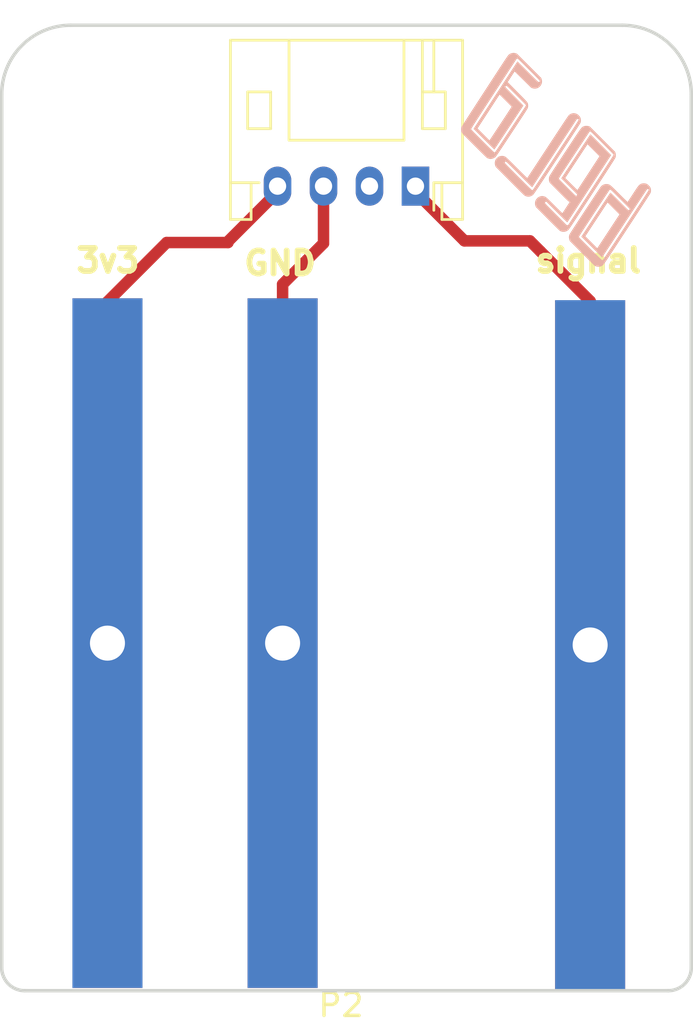
<source format=kicad_pcb>
(kicad_pcb (version 20171130) (host pcbnew "(5.0.0-3-g0214c9d)")

  (general
    (thickness 1.6)
    (drawings 11)
    (tracks 17)
    (zones 0)
    (modules 3)
    (nets 5)
  )

  (page A4)
  (layers
    (0 F.Cu signal)
    (31 B.Cu signal)
    (32 B.Adhes user hide)
    (33 F.Adhes user hide)
    (34 B.Paste user hide)
    (35 F.Paste user hide)
    (36 B.SilkS user)
    (37 F.SilkS user)
    (38 B.Mask user hide)
    (39 F.Mask user)
    (40 Dwgs.User user)
    (41 Cmts.User user)
    (42 Eco1.User user)
    (43 Eco2.User user hide)
    (44 Edge.Cuts user)
    (45 Margin user)
    (46 B.CrtYd user)
    (47 F.CrtYd user)
    (48 B.Fab user)
    (49 F.Fab user)
  )

  (setup
    (last_trace_width 0.25)
    (user_trace_width 0.5)
    (trace_clearance 0.2)
    (zone_clearance 0.508)
    (zone_45_only no)
    (trace_min 0.2)
    (segment_width 0.2)
    (edge_width 0.15)
    (via_size 0.6)
    (via_drill 0.4)
    (via_min_size 0.4)
    (via_min_drill 0.3)
    (uvia_size 0.3)
    (uvia_drill 0.1)
    (uvias_allowed no)
    (uvia_min_size 0.2)
    (uvia_min_drill 0.1)
    (pcb_text_width 0.3)
    (pcb_text_size 1.5 1.5)
    (mod_edge_width 0.15)
    (mod_text_size 1 1)
    (mod_text_width 0.15)
    (pad_size 3.048 30)
    (pad_drill 1.524)
    (pad_to_mask_clearance 0.2)
    (aux_axis_origin 0 0)
    (visible_elements FFFFFF1F)
    (pcbplotparams
      (layerselection 0x01030_80000001)
      (usegerberextensions false)
      (usegerberattributes false)
      (usegerberadvancedattributes false)
      (creategerberjobfile false)
      (excludeedgelayer true)
      (linewidth 0.100000)
      (plotframeref false)
      (viasonmask false)
      (mode 1)
      (useauxorigin false)
      (hpglpennumber 1)
      (hpglpenspeed 20)
      (hpglpendiameter 15.000000)
      (psnegative false)
      (psa4output false)
      (plotreference true)
      (plotvalue true)
      (plotinvisibletext false)
      (padsonsilk false)
      (subtractmaskfromsilk false)
      (outputformat 1)
      (mirror false)
      (drillshape 0)
      (scaleselection 1)
      (outputdirectory "gerbers/"))
  )

  (net 0 "")
  (net 1 "Net-(P1-Pad1)")
  (net 2 "Net-(P1-Pad2)")
  (net 3 "Net-(P1-Pad3)")
  (net 4 "Net-(P1-Pad4)")

  (net_class Default "This is the default net class."
    (clearance 0.2)
    (trace_width 0.25)
    (via_dia 0.6)
    (via_drill 0.4)
    (uvia_dia 0.3)
    (uvia_drill 0.1)
    (add_net "Net-(P1-Pad1)")
    (add_net "Net-(P1-Pad2)")
    (add_net "Net-(P1-Pad3)")
    (add_net "Net-(P1-Pad4)")
  )

  (module Connectors_JST:JST_PH_S4B-PH-K_04x2.00mm_Angled (layer F.Cu) (tedit 5C581B8B) (tstamp 5B366367)
    (at 149 66 180)
    (descr "JST PH series connector, S4B-PH-K, side entry type, through hole, Datasheet: http://www.jst-mfg.com/product/pdf/eng/ePH.pdf")
    (tags "connector jst ph")
    (path /5B3662FE)
    (fp_text reference P1 (at 1.5 -2.45 180) (layer F.SilkS) hide
      (effects (font (size 1 1) (thickness 0.15)))
    )
    (fp_text value CONN_01X04 (at 3 7.25 180) (layer F.Fab)
      (effects (font (size 1 1) (thickness 0.15)))
    )
    (fp_line (start 0.5 6.35) (end 0.5 2) (layer F.SilkS) (width 0.12))
    (fp_line (start 0.5 2) (end 5.5 2) (layer F.SilkS) (width 0.12))
    (fp_line (start 5.5 2) (end 5.5 6.35) (layer F.SilkS) (width 0.12))
    (fp_line (start -0.8 0.15) (end -1.15 0.15) (layer F.SilkS) (width 0.12))
    (fp_line (start -1.15 0.15) (end -1.15 -1.45) (layer F.SilkS) (width 0.12))
    (fp_line (start -1.15 -1.45) (end -2.05 -1.45) (layer F.SilkS) (width 0.12))
    (fp_line (start -2.05 -1.45) (end -2.05 6.35) (layer F.SilkS) (width 0.12))
    (fp_line (start -2.05 6.35) (end 8.05 6.35) (layer F.SilkS) (width 0.12))
    (fp_line (start 8.05 6.35) (end 8.05 -1.45) (layer F.SilkS) (width 0.12))
    (fp_line (start 8.05 -1.45) (end 7.15 -1.45) (layer F.SilkS) (width 0.12))
    (fp_line (start 7.15 -1.45) (end 7.15 0.15) (layer F.SilkS) (width 0.12))
    (fp_line (start 7.15 0.15) (end 6.8 0.15) (layer F.SilkS) (width 0.12))
    (fp_line (start -2.05 0.15) (end -1.15 0.15) (layer F.SilkS) (width 0.12))
    (fp_line (start 8.05 0.15) (end 7.15 0.15) (layer F.SilkS) (width 0.12))
    (fp_line (start -1.3 2.5) (end -1.3 4.1) (layer F.SilkS) (width 0.12))
    (fp_line (start -1.3 4.1) (end -0.3 4.1) (layer F.SilkS) (width 0.12))
    (fp_line (start -0.3 4.1) (end -0.3 2.5) (layer F.SilkS) (width 0.12))
    (fp_line (start -0.3 2.5) (end -1.3 2.5) (layer F.SilkS) (width 0.12))
    (fp_line (start 7.3 2.5) (end 7.3 4.1) (layer F.SilkS) (width 0.12))
    (fp_line (start 7.3 4.1) (end 6.3 4.1) (layer F.SilkS) (width 0.12))
    (fp_line (start 6.3 4.1) (end 6.3 2.5) (layer F.SilkS) (width 0.12))
    (fp_line (start 6.3 2.5) (end 7.3 2.5) (layer F.SilkS) (width 0.12))
    (fp_line (start -0.3 4.1) (end -0.3 6.35) (layer F.SilkS) (width 0.12))
    (fp_line (start -0.8 4.1) (end -0.8 6.35) (layer F.SilkS) (width 0.12))
    (fp_line (start -2.45 -1.85) (end -2.45 6.75) (layer F.CrtYd) (width 0.05))
    (fp_line (start -2.45 6.75) (end 8.45 6.75) (layer F.CrtYd) (width 0.05))
    (fp_line (start 8.45 6.75) (end 8.45 -1.85) (layer F.CrtYd) (width 0.05))
    (fp_line (start 8.45 -1.85) (end -2.45 -1.85) (layer F.CrtYd) (width 0.05))
    (fp_line (start -1.25 0.25) (end -1.25 -1.35) (layer F.Fab) (width 0.1))
    (fp_line (start -1.25 -1.35) (end -1.95 -1.35) (layer F.Fab) (width 0.1))
    (fp_line (start -1.95 -1.35) (end -1.95 6.25) (layer F.Fab) (width 0.1))
    (fp_line (start -1.95 6.25) (end 7.95 6.25) (layer F.Fab) (width 0.1))
    (fp_line (start 7.95 6.25) (end 7.95 -1.35) (layer F.Fab) (width 0.1))
    (fp_line (start 7.95 -1.35) (end 7.25 -1.35) (layer F.Fab) (width 0.1))
    (fp_line (start 7.25 -1.35) (end 7.25 0.25) (layer F.Fab) (width 0.1))
    (fp_line (start 7.25 0.25) (end -1.25 0.25) (layer F.Fab) (width 0.1))
    (fp_line (start -0.8 0.15) (end -0.8 -1.05) (layer F.SilkS) (width 0.12))
    (fp_line (start 0 0.85) (end -0.5 1.35) (layer F.Fab) (width 0.1))
    (fp_line (start -0.5 1.35) (end 0.5 1.35) (layer F.Fab) (width 0.1))
    (fp_line (start 0.5 1.35) (end 0 0.85) (layer F.Fab) (width 0.1))
    (fp_text user %R (at 3 2.5 180) (layer F.Fab)
      (effects (font (size 1 1) (thickness 0.15)))
    )
    (pad 1 thru_hole rect (at 0 0 180) (size 1.2 1.7) (drill 0.75) (layers *.Cu *.Mask)
      (net 1 "Net-(P1-Pad1)"))
    (pad 2 thru_hole oval (at 2 0 180) (size 1.2 1.7) (drill 0.75) (layers *.Cu *.Mask)
      (net 2 "Net-(P1-Pad2)"))
    (pad 3 thru_hole oval (at 4 0 180) (size 1.2 1.7) (drill 0.75) (layers *.Cu *.Mask)
      (net 3 "Net-(P1-Pad3)"))
    (pad 4 thru_hole oval (at 6 0 180) (size 1.2 1.7) (drill 0.75) (layers *.Cu *.Mask)
      (net 4 "Net-(P1-Pad4)"))
    (model ${KISYS3DMOD}/Connectors_JST.3dshapes/JST_PH_S4B-PH-K_04x2.00mm_Angled.wrl
      (at (xyz 0 0 0))
      (scale (xyz 1 1 1))
      (rotate (xyz 0 0 0))
    )
  )

  (module paper:paper (layer F.Cu) (tedit 5C5398A6) (tstamp 5B36636E)
    (at 145.76 101.12)
    (path /5B3662BD)
    (fp_text reference P2 (at 0 0.5) (layer F.SilkS)
      (effects (font (size 1 1) (thickness 0.15)))
    )
    (fp_text value CONN_01X03 (at 0 -0.5) (layer F.Fab)
      (effects (font (size 1 1) (thickness 0.15)))
    )
    (pad 3 thru_hole rect (at 10.84 -15.16) (size 3.048 30) (drill 1.524) (layers *.Cu *.Mask)
      (net 1 "Net-(P1-Pad1)"))
    (pad 2 thru_hole rect (at -2.54 -15.24) (size 3.048 30) (drill 1.524) (layers *.Cu *.Mask)
      (net 3 "Net-(P1-Pad3)"))
    (pad 1 thru_hole rect (at -10.16 -15.24) (size 3.048 30) (drill 1.524) (layers *.Cu *.Mask)
      (net 4 "Net-(P1-Pad4)"))
  )

  (module paper:Bela_logo (layer B.Cu) (tedit 0) (tstamp 5C54395F)
    (at 155.067 64.897 135)
    (fp_text reference G*** (at 0 0 135) (layer B.SilkS) hide
      (effects (font (size 1.524 1.524) (thickness 0.3)) (justify mirror))
    )
    (fp_text value LOGO (at 0.75 0 135) (layer B.SilkS) hide
      (effects (font (size 1.524 1.524) (thickness 0.3)) (justify mirror))
    )
    (fp_poly (pts (xy 4.509387 2.101396) (xy 4.540036 2.082716) (xy 4.572855 2.057078) (xy 4.595144 2.035933)
      (xy 4.637322 1.982523) (xy 4.664833 1.926068) (xy 4.678882 1.863906) (xy 4.680417 1.847375)
      (xy 4.680695 1.840287) (xy 4.680533 1.831758) (xy 4.679808 1.821186) (xy 4.678399 1.807965)
      (xy 4.676182 1.791493) (xy 4.673035 1.771164) (xy 4.668836 1.746375) (xy 4.663461 1.716522)
      (xy 4.656787 1.681) (xy 4.648693 1.639207) (xy 4.639056 1.590538) (xy 4.627753 1.534388)
      (xy 4.614661 1.470154) (xy 4.599658 1.397233) (xy 4.582621 1.315019) (xy 4.563427 1.222909)
      (xy 4.541955 1.120299) (xy 4.51808 1.006585) (xy 4.491681 0.881164) (xy 4.462635 0.74343)
      (xy 4.430819 0.59278) (xy 4.396111 0.42861) (xy 4.358388 0.250316) (xy 4.317527 0.057295)
      (xy 4.303554 -0.008695) (xy 4.255159 -0.23705) (xy 4.209959 -0.449922) (xy 4.167942 -0.647376)
      (xy 4.129092 -0.829476) (xy 4.093397 -0.996288) (xy 4.060841 -1.147876) (xy 4.031411 -1.284304)
      (xy 4.005093 -1.405637) (xy 3.981873 -1.51194) (xy 3.961736 -1.603277) (xy 3.944669 -1.679713)
      (xy 3.930658 -1.741312) (xy 3.919689 -1.788138) (xy 3.911747 -1.820258) (xy 3.906819 -1.837734)
      (xy 3.905692 -1.840631) (xy 3.873146 -1.889827) (xy 3.829487 -1.934396) (xy 3.795611 -1.959608)
      (xy 3.783166 -1.967603) (xy 3.771581 -1.97467) (xy 3.759846 -1.980865) (xy 3.746955 -1.986244)
      (xy 3.731897 -1.990863) (xy 3.713664 -1.994779) (xy 3.691248 -1.998048) (xy 3.66364 -2.000725)
      (xy 3.629831 -2.002867) (xy 3.588813 -2.00453) (xy 3.539576 -2.00577) (xy 3.481113 -2.006644)
      (xy 3.412415 -2.007207) (xy 3.332472 -2.007516) (xy 3.240277 -2.007626) (xy 3.13482 -2.007594)
      (xy 3.015093 -2.007477) (xy 2.937191 -2.00739) (xy 2.830497 -2.007197) (xy 2.727878 -2.006866)
      (xy 2.630507 -2.006408) (xy 2.539556 -2.005836) (xy 2.456196 -2.005161) (xy 2.381602 -2.004396)
      (xy 2.316944 -2.003552) (xy 2.263394 -2.002643) (xy 2.222126 -2.001679) (xy 2.194311 -2.000674)
      (xy 2.181122 -1.999638) (xy 2.180795 -1.999569) (xy 2.118455 -1.977022) (xy 2.063377 -1.941355)
      (xy 2.017066 -1.894243) (xy 1.981024 -1.837362) (xy 1.956757 -1.772385) (xy 1.950434 -1.74306)
      (xy 1.949276 -1.736021) (xy 1.948379 -1.728886) (xy 1.947883 -1.720904) (xy 1.947932 -1.711325)
      (xy 1.948666 -1.699398) (xy 1.950229 -1.684375) (xy 1.952761 -1.665504) (xy 1.956405 -1.642036)
      (xy 1.961303 -1.613221) (xy 1.966288 -1.585569) (xy 2.102972 -1.585569) (xy 2.103378 -1.587389)
      (xy 2.116574 -1.603919) (xy 2.125362 -1.610731) (xy 2.136118 -1.612312) (xy 2.162553 -1.613732)
      (xy 2.204471 -1.614988) (xy 2.261676 -1.616079) (xy 2.333973 -1.617001) (xy 2.421167 -1.617753)
      (xy 2.523061 -1.618332) (xy 2.639461 -1.618736) (xy 2.77017 -1.618963) (xy 2.838761 -1.619008)
      (xy 2.960471 -1.619035) (xy 3.067301 -1.619015) (xy 3.160244 -1.618928) (xy 3.240293 -1.618756)
      (xy 3.308444 -1.61848) (xy 3.365689 -1.61808) (xy 3.413023 -1.617537) (xy 3.451441 -1.616834)
      (xy 3.481935 -1.615951) (xy 3.5055 -1.614868) (xy 3.52313 -1.613567) (xy 3.535818 -1.612029)
      (xy 3.54456 -1.610236) (xy 3.550348 -1.608167) (xy 3.554177 -1.605804) (xy 3.55472 -1.605359)
      (xy 3.556935 -1.602018) (xy 3.559842 -1.594865) (xy 3.563564 -1.583336) (xy 3.568225 -1.566868)
      (xy 3.573948 -1.544897) (xy 3.580856 -1.516858) (xy 3.589072 -1.48219) (xy 3.598721 -1.440327)
      (xy 3.609925 -1.390706) (xy 3.622808 -1.332764) (xy 3.637494 -1.265937) (xy 3.654105 -1.189661)
      (xy 3.672765 -1.103373) (xy 3.693597 -1.006508) (xy 3.716725 -0.898504) (xy 3.742272 -0.778796)
      (xy 3.770362 -0.646822) (xy 3.801118 -0.502017) (xy 3.834663 -0.343817) (xy 3.871121 -0.171659)
      (xy 3.910614 0.01502) (xy 3.944537 0.175476) (xy 3.979343 0.340227) (xy 4.013272 0.500971)
      (xy 4.046178 0.65701) (xy 4.077915 0.807646) (xy 4.108335 0.952181) (xy 4.137294 1.089917)
      (xy 4.164646 1.220156) (xy 4.190243 1.342199) (xy 4.21394 1.45535) (xy 4.235591 1.558908)
      (xy 4.25505 1.652178) (xy 4.27217 1.73446) (xy 4.286805 1.805057) (xy 4.29881 1.86327)
      (xy 4.308038 1.908401) (xy 4.314343 1.939753) (xy 4.317578 1.956626) (xy 4.318 1.959429)
      (xy 4.312574 1.977632) (xy 4.302125 1.992313) (xy 4.299026 1.995117) (xy 4.295025 1.99757)
      (xy 4.289102 1.999695) (xy 4.280239 2.001515) (xy 4.267417 2.003055) (xy 4.249615 2.004338)
      (xy 4.225816 2.005388) (xy 4.195 2.006226) (xy 4.156147 2.006879) (xy 4.10824 2.007368)
      (xy 4.050258 2.007717) (xy 3.981183 2.00795) (xy 3.899995 2.00809) (xy 3.805676 2.00816)
      (xy 3.697206 2.008185) (xy 3.613328 2.008188) (xy 3.491068 2.008205) (xy 3.383716 2.008208)
      (xy 3.290306 2.008129) (xy 3.209871 2.007897) (xy 3.141444 2.007445) (xy 3.084059 2.006702)
      (xy 3.036748 2.005599) (xy 2.998546 2.004066) (xy 2.968486 2.002035) (xy 2.945601 1.999436)
      (xy 2.928924 1.996199) (xy 2.917488 1.992256) (xy 2.910328 1.987536) (xy 2.906477 1.981971)
      (xy 2.904967 1.975491) (xy 2.904832 1.968027) (xy 2.905105 1.95951) (xy 2.905125 1.957374)
      (xy 2.904851 1.948085) (xy 2.904695 1.939965) (xy 2.905655 1.932932) (xy 2.908728 1.926906)
      (xy 2.91491 1.921804) (xy 2.925201 1.917544) (xy 2.940596 1.914046) (xy 2.962094 1.911228)
      (xy 2.990693 1.909008) (xy 3.027388 1.907304) (xy 3.073179 1.906035) (xy 3.129061 1.905119)
      (xy 3.196034 1.904474) (xy 3.275094 1.90402) (xy 3.367238 1.903673) (xy 3.473465 1.903354)
      (xy 3.568884 1.903064) (xy 4.203717 1.901032) (xy 3.480933 -1.516062) (xy 2.847748 -1.516062)
      (xy 2.728291 -1.516015) (xy 2.623846 -1.515867) (xy 2.533548 -1.515602) (xy 2.456534 -1.515208)
      (xy 2.391941 -1.514672) (xy 2.338903 -1.513979) (xy 2.296559 -1.513116) (xy 2.264043 -1.51207)
      (xy 2.240493 -1.510827) (xy 2.225045 -1.509374) (xy 2.216835 -1.507696) (xy 2.214898 -1.50614)
      (xy 2.216508 -1.497333) (xy 2.221139 -1.473857) (xy 2.228611 -1.436595) (xy 2.238211 -1.389062)
      (xy 2.633529 -1.389062) (xy 3.378706 -1.389062) (xy 3.427871 -1.15689) (xy 3.437533 -1.111254)
      (xy 3.450101 -1.051879) (xy 3.465194 -0.980559) (xy 3.482434 -0.899087) (xy 3.501441 -0.809256)
      (xy 3.521836 -0.712858) (xy 3.543239 -0.611687) (xy 3.565272 -0.507537) (xy 3.587554 -0.402199)
      (xy 3.609707 -0.297467) (xy 3.610507 -0.293687) (xy 3.743976 0.337344) (xy 3.370667 0.339407)
      (xy 3.295161 0.3397) (xy 3.224544 0.339731) (xy 3.160397 0.33952) (xy 3.104298 0.33908)
      (xy 3.057826 0.338431) (xy 3.022561 0.337587) (xy 3.000081 0.336565) (xy 2.992001 0.335439)
      (xy 2.989721 0.327005) (xy 2.984487 0.304026) (xy 2.976511 0.267512) (xy 2.966004 0.218475)
      (xy 2.953177 0.157925) (xy 2.938244 0.086873) (xy 2.921415 0.006329) (xy 2.902902 -0.082694)
      (xy 2.882917 -0.179188) (xy 2.861672 -0.28214) (xy 2.839378 -0.39054) (xy 2.816247 -0.503377)
      (xy 2.814489 -0.511968) (xy 2.791279 -0.625369) (xy 2.768909 -0.734599) (xy 2.747592 -0.838629)
      (xy 2.727537 -0.93643) (xy 2.708958 -1.026971) (xy 2.692065 -1.109225) (xy 2.67707 -1.18216)
      (xy 2.664185 -1.244748) (xy 2.653621 -1.29596) (xy 2.645589 -1.334765) (xy 2.640302 -1.360134)
      (xy 2.63797 -1.371038) (xy 2.637931 -1.371203) (xy 2.633529 -1.389062) (xy 2.238211 -1.389062)
      (xy 2.238744 -1.386426) (xy 2.251359 -1.324233) (xy 2.266276 -1.250895) (xy 2.283314 -1.167294)
      (xy 2.302296 -1.074312) (xy 2.32304 -0.972828) (xy 2.345367 -0.863724) (xy 2.369098 -0.747881)
      (xy 2.394053 -0.626181) (xy 2.420051 -0.499503) (xy 2.443577 -0.384968) (xy 2.67192 0.726282)
      (xy 3.233664 0.73025) (xy 3.341664 0.731026) (xy 3.4349 0.73174) (xy 3.514482 0.732432)
      (xy 3.581522 0.733139) (xy 3.637129 0.733897) (xy 3.682415 0.734746) (xy 3.718491 0.735722)
      (xy 3.746466 0.736863) (xy 3.767452 0.738206) (xy 3.782559 0.73979) (xy 3.792898 0.741651)
      (xy 3.799579 0.743827) (xy 3.803714 0.746356) (xy 3.806412 0.749275) (xy 3.806673 0.749627)
      (xy 3.817076 0.775617) (xy 3.812977 0.801898) (xy 3.802062 0.817563) (xy 3.798738 0.820559)
      (xy 3.79445 0.823152) (xy 3.788099 0.825372) (xy 3.778587 0.827247) (xy 3.764817 0.828807)
      (xy 3.74569 0.83008) (xy 3.720109 0.831095) (xy 3.686975 0.831882) (xy 3.645191 0.83247)
      (xy 3.593659 0.832887) (xy 3.531281 0.833164) (xy 3.456959 0.833328) (xy 3.369595 0.833409)
      (xy 3.268092 0.833436) (xy 3.202259 0.833438) (xy 3.077425 0.833326) (xy 2.966579 0.832993)
      (xy 2.869968 0.832443) (xy 2.787838 0.831677) (xy 2.720433 0.830701) (xy 2.668001 0.829516)
      (xy 2.630787 0.828127) (xy 2.609036 0.826537) (xy 2.603247 0.825366) (xy 2.591408 0.812698)
      (xy 2.581671 0.791894) (xy 2.580441 0.787662) (xy 2.577981 0.776585) (xy 2.572521 0.750835)
      (xy 2.564241 0.711291) (xy 2.553323 0.658833) (xy 2.539948 0.594342) (xy 2.524299 0.518695)
      (xy 2.506556 0.432774) (xy 2.486901 0.337458) (xy 2.465516 0.233626) (xy 2.442582 0.122159)
      (xy 2.41828 0.003935) (xy 2.392792 -0.120166) (xy 2.366299 -0.249263) (xy 2.338983 -0.382478)
      (xy 2.333952 -0.407026) (xy 2.300023 -0.572752) (xy 2.26923 -0.723518) (xy 2.241462 -0.859903)
      (xy 2.216605 -0.982486) (xy 2.194547 -1.091847) (xy 2.175173 -1.188564) (xy 2.158371 -1.273215)
      (xy 2.144028 -1.346381) (xy 2.13203 -1.40864) (xy 2.122265 -1.460571) (xy 2.11462 -1.502753)
      (xy 2.108981 -1.535765) (xy 2.105235 -1.560185) (xy 2.10327 -1.576593) (xy 2.102972 -1.585569)
      (xy 1.966288 -1.585569) (xy 1.967597 -1.578308) (xy 1.975429 -1.536548) (xy 1.98494 -1.487191)
      (xy 1.996274 -1.429486) (xy 2.009571 -1.362684) (xy 2.024974 -1.286034) (xy 2.042624 -1.198786)
      (xy 2.062664 -1.10019) (xy 2.085236 -0.989497) (xy 2.110482 -0.865956) (xy 2.138543 -0.728817)
      (xy 2.169562 -0.57733) (xy 2.18984 -0.478323) (xy 2.227365 -0.295377) (xy 2.261863 -0.127758)
      (xy 2.293387 0.02478) (xy 2.321988 0.162486) (xy 2.347721 0.285604) (xy 2.370636 0.394383)
      (xy 2.390787 0.489068) (xy 2.408226 0.569906) (xy 2.423005 0.637144) (xy 2.435179 0.691029)
      (xy 2.444798 0.731807) (xy 2.451915 0.759725) (xy 2.456583 0.77503) (xy 2.457216 0.776573)
      (xy 2.490276 0.835075) (xy 2.531603 0.880916) (xy 2.56219 0.903835) (xy 2.57678 0.91335)
      (xy 2.589654 0.92164) (xy 2.601959 0.928797) (xy 2.614838 0.934912) (xy 2.629439 0.940075)
      (xy 2.646905 0.944378) (xy 2.668383 0.947911) (xy 2.695018 0.950766) (xy 2.727955 0.953033)
      (xy 2.76834 0.954804) (xy 2.817318 0.95617) (xy 2.876034 0.957221) (xy 2.945634 0.95805)
      (xy 3.027263 0.958745) (xy 3.122068 0.9594) (xy 3.231192 0.960104) (xy 3.273805 0.960385)
      (xy 3.876642 0.964407) (xy 3.934203 1.234282) (xy 3.947677 1.297561) (xy 3.960054 1.355893)
      (xy 3.970952 1.407465) (xy 3.97999 1.450464) (xy 3.986787 1.483078) (xy 3.990962 1.503495)
      (xy 3.992163 1.509886) (xy 3.984517 1.510912) (xy 3.962321 1.511946) (xy 3.926898 1.512969)
      (xy 3.879573 1.513958) (xy 3.821671 1.514894) (xy 3.754515 1.515757) (xy 3.679431 1.516524)
      (xy 3.597743 1.517176) (xy 3.510774 1.517693) (xy 3.482578 1.517823) (xy 2.972593 1.520032)
      (xy 2.92507 1.543365) (xy 2.867919 1.579313) (xy 2.822108 1.62415) (xy 2.787656 1.675883)
      (xy 2.764582 1.732522) (xy 2.752904 1.792076) (xy 2.752642 1.852553) (xy 2.763813 1.911964)
      (xy 2.786437 1.968315) (xy 2.820532 2.019618) (xy 2.866116 2.06388) (xy 2.919861 2.097485)
      (xy 2.972262 2.123282) (xy 4.464843 2.123282) (xy 4.509387 2.101396)) (layer B.SilkS) (width 0.01))
    (fp_poly (pts (xy 0.721186 2.124732) (xy 0.746706 2.119752) (xy 0.772178 2.111367) (xy 0.834119 2.080177)
      (xy 0.885948 2.037654) (xy 0.926467 1.985504) (xy 0.954475 1.925429) (xy 0.968776 1.859135)
      (xy 0.970408 1.829594) (xy 0.969843 1.81979) (xy 0.96795 1.804156) (xy 0.964618 1.78214)
      (xy 0.959735 1.753187) (xy 0.953192 1.716747) (xy 0.944877 1.672264) (xy 0.934679 1.619187)
      (xy 0.922487 1.556963) (xy 0.908192 1.485038) (xy 0.891681 1.40286) (xy 0.872843 1.309875)
      (xy 0.851569 1.205531) (xy 0.827747 1.089275) (xy 0.801266 0.960553) (xy 0.772016 0.818813)
      (xy 0.739885 0.663502) (xy 0.704763 0.494067) (xy 0.666539 0.309955) (xy 0.644189 0.202407)
      (xy 0.611927 0.047162) (xy 0.580536 -0.103985) (xy 0.550169 -0.250296) (xy 0.520978 -0.391033)
      (xy 0.493116 -0.525459) (xy 0.466735 -0.652836) (xy 0.441987 -0.772427) (xy 0.419026 -0.883493)
      (xy 0.398002 -0.985296) (xy 0.379069 -1.0771) (xy 0.362379 -1.158166) (xy 0.348085 -1.227757)
      (xy 0.336338 -1.285135) (xy 0.327292 -1.329562) (xy 0.321098 -1.3603) (xy 0.317909 -1.376612)
      (xy 0.317489 -1.37914) (xy 0.320469 -1.381007) (xy 0.329978 -1.38264) (xy 0.346877 -1.384052)
      (xy 0.372028 -1.385258) (xy 0.406291 -1.38627) (xy 0.450528 -1.387102) (xy 0.505599 -1.387767)
      (xy 0.572365 -1.388279) (xy 0.651688 -1.388651) (xy 0.744428 -1.388896) (xy 0.851446 -1.389028)
      (xy 0.954801 -1.389062) (xy 1.07505 -1.38907) (xy 1.180514 -1.389136) (xy 1.272286 -1.389322)
      (xy 1.351454 -1.389692) (xy 1.419111 -1.390309) (xy 1.476346 -1.391236) (xy 1.52425 -1.392535)
      (xy 1.563915 -1.39427) (xy 1.596431 -1.396504) (xy 1.622888 -1.399299) (xy 1.644378 -1.402719)
      (xy 1.661991 -1.406827) (xy 1.676818 -1.411685) (xy 1.689949 -1.417356) (xy 1.702476 -1.423904)
      (xy 1.715489 -1.431392) (xy 1.7185 -1.433156) (xy 1.761727 -1.465609) (xy 1.801671 -1.508728)
      (xy 1.833753 -1.557357) (xy 1.840226 -1.570234) (xy 1.850036 -1.592978) (xy 1.856265 -1.613791)
      (xy 1.859699 -1.637452) (xy 1.861122 -1.668741) (xy 1.861343 -1.698791) (xy 1.861003 -1.737402)
      (xy 1.85936 -1.765045) (xy 1.855477 -1.786626) (xy 1.848422 -1.807048) (xy 1.837257 -1.831216)
      (xy 1.835355 -1.835092) (xy 1.801874 -1.887926) (xy 1.757967 -1.934374) (xy 1.707503 -1.97076)
      (xy 1.67677 -1.985798) (xy 1.631156 -2.004218) (xy 0.758031 -2.005846) (xy 0.62115 -2.006091)
      (xy 0.499225 -2.006277) (xy 0.391339 -2.006391) (xy 0.296574 -2.006421) (xy 0.214011 -2.006354)
      (xy 0.142731 -2.006176) (xy 0.081817 -2.005876) (xy 0.030351 -2.00544) (xy -0.012586 -2.004855)
      (xy -0.047912 -2.004109) (xy -0.076545 -2.003189) (xy -0.099404 -2.002082) (xy -0.117406 -2.000775)
      (xy -0.131469 -1.999256) (xy -0.142513 -1.997511) (xy -0.151455 -1.995528) (xy -0.159213 -1.993293)
      (xy -0.160049 -1.993027) (xy -0.224356 -1.964634) (xy -0.278428 -1.924755) (xy -0.321208 -1.874748)
      (xy -0.351638 -1.815969) (xy -0.368661 -1.749776) (xy -0.371463 -1.721804) (xy -0.371686 -1.714337)
      (xy -0.371471 -1.705405) (xy -0.370696 -1.694403) (xy -0.369242 -1.680721) (xy -0.366988 -1.663753)
      (xy -0.363813 -1.642892) (xy -0.359596 -1.61753) (xy -0.354217 -1.58706) (xy -0.352068 -1.575384)
      (xy -0.220623 -1.575384) (xy -0.211681 -1.598703) (xy -0.198438 -1.60903) (xy -0.191925 -1.610711)
      (xy -0.178935 -1.612207) (xy -0.158699 -1.613529) (xy -0.130446 -1.614684) (xy -0.09341 -1.615682)
      (xy -0.046819 -1.616532) (xy 0.010093 -1.617244) (xy 0.078098 -1.617827) (xy 0.157963 -1.61829)
      (xy 0.250458 -1.618642) (xy 0.356352 -1.618893) (xy 0.476413 -1.619051) (xy 0.611412 -1.619126)
      (xy 0.643155 -1.619132) (xy 0.776557 -1.619132) (xy 0.894984 -1.619083) (xy 0.999332 -1.618971)
      (xy 1.090502 -1.618784) (xy 1.169393 -1.618508) (xy 1.236902 -1.61813) (xy 1.293929 -1.617637)
      (xy 1.341372 -1.617017) (xy 1.380131 -1.616255) (xy 1.411104 -1.61534) (xy 1.435189 -1.614257)
      (xy 1.453287 -1.612994) (xy 1.466295 -1.611537) (xy 1.475112 -1.609874) (xy 1.480637 -1.607991)
      (xy 1.482546 -1.606893) (xy 1.496838 -1.589038) (xy 1.500187 -1.567773) (xy 1.500553 -1.559424)
      (xy 1.501054 -1.552022) (xy 1.500794 -1.545509) (xy 1.498875 -1.539828) (xy 1.494401 -1.534924)
      (xy 1.486477 -1.53074) (xy 1.474204 -1.527219) (xy 1.456688 -1.524304) (xy 1.43303 -1.521938)
      (xy 1.402336 -1.520066) (xy 1.363708 -1.51863) (xy 1.31625 -1.517574) (xy 1.259065 -1.516842)
      (xy 1.191257 -1.516375) (xy 1.111929 -1.516119) (xy 1.020185 -1.516016) (xy 0.915129 -1.51601)
      (xy 0.795863 -1.516044) (xy 0.681523 -1.516062) (xy 0.551641 -1.516051) (xy 0.436728 -1.516008)
      (xy 0.335877 -1.515917) (xy 0.248179 -1.515762) (xy 0.17273 -1.515527) (xy 0.10862 -1.515196)
      (xy 0.054945 -1.514753) (xy 0.010797 -1.514182) (xy -0.024731 -1.513467) (xy -0.052546 -1.512592)
      (xy -0.073555 -1.511541) (xy -0.088664 -1.510299) (xy -0.098781 -1.508849) (xy -0.104811 -1.507176)
      (xy -0.107663 -1.505263) (xy -0.108243 -1.503094) (xy -0.108048 -1.502171) (xy -0.106066 -1.493192)
      (xy -0.101009 -1.469373) (xy -0.093025 -1.431422) (xy -0.082259 -1.380043) (xy -0.06886 -1.315942)
      (xy -0.052974 -1.239826) (xy -0.034748 -1.152401) (xy -0.014328 -1.054371) (xy 0.008138 -0.946442)
      (xy 0.032504 -0.829322) (xy 0.058622 -0.703715) (xy 0.086345 -0.570326) (xy 0.115528 -0.429863)
      (xy 0.146022 -0.283031) (xy 0.177681 -0.130535) (xy 0.210358 0.026919) (xy 0.243906 0.188624)
      (xy 0.254073 0.237641) (xy 0.612046 1.963564) (xy 0.596941 1.983891) (xy 0.580079 1.999216)
      (xy 0.56216 2.006599) (xy 0.557139 2.007526) (xy 0.55255 2.008639) (xy 0.548259 2.009353)
      (xy 0.544128 2.009081) (xy 0.540019 2.007238) (xy 0.535796 2.003239) (xy 0.531322 1.996498)
      (xy 0.526461 1.986429) (xy 0.521074 1.972446) (xy 0.515026 1.953965) (xy 0.50818 1.9304)
      (xy 0.500397 1.901164) (xy 0.491543 1.865673) (xy 0.481479 1.82334) (xy 0.470069 1.773581)
      (xy 0.457175 1.715809) (xy 0.442662 1.649439) (xy 0.426392 1.573886) (xy 0.408227 1.488563)
      (xy 0.388032 1.392885) (xy 0.36567 1.286267) (xy 0.341002 1.168124) (xy 0.313894 1.037868)
      (xy 0.284206 0.894915) (xy 0.251804 0.73868) (xy 0.216549 0.568576) (xy 0.178305 0.384018)
      (xy 0.143137 0.214341) (xy 0.108993 0.049475) (xy 0.075729 -0.111433) (xy 0.04349 -0.26768)
      (xy 0.012418 -0.418566) (xy -0.017344 -0.563386) (xy -0.045653 -0.701438) (xy -0.072367 -0.83202)
      (xy -0.097343 -0.95443) (xy -0.120437 -1.067965) (xy -0.141508 -1.171922) (xy -0.160413 -1.265598)
      (xy -0.177008 -1.348293) (xy -0.191151 -1.419302) (xy -0.202699 -1.477924) (xy -0.211509 -1.523455)
      (xy -0.217439 -1.555195) (xy -0.220346 -1.572439) (xy -0.220623 -1.575384) (xy -0.352068 -1.575384)
      (xy -0.347555 -1.550875) (xy -0.33949 -1.508368) (xy -0.3299 -1.458931) (xy -0.318666 -1.401958)
      (xy -0.305666 -1.33684) (xy -0.290779 -1.262971) (xy -0.273886 -1.179743) (xy -0.254865 -1.08655)
      (xy -0.233595 -0.982783) (xy -0.209957 -0.867836) (xy -0.183829 -0.741102) (xy -0.155091 -0.601973)
      (xy -0.123622 -0.449841) (xy -0.089301 -0.284101) (xy -0.052008 -0.104144) (xy -0.011622 0.090637)
      (xy -0.003917 0.127791) (xy 0.040623 0.342411) (xy 0.082071 0.541837) (xy 0.120506 0.726427)
      (xy 0.156003 0.896543) (xy 0.188639 1.052544) (xy 0.218492 1.194792) (xy 0.245638 1.323646)
      (xy 0.270153 1.439468) (xy 0.292116 1.542616) (xy 0.311602 1.633452) (xy 0.328689 1.712336)
      (xy 0.343454 1.779629) (xy 0.355973 1.83569) (xy 0.366323 1.880881) (xy 0.374581 1.915561)
      (xy 0.380824 1.940091) (xy 0.385129 1.954831) (xy 0.386605 1.958701) (xy 0.416542 2.007082)
      (xy 0.457929 2.051678) (xy 0.506353 2.088078) (xy 0.527843 2.099916) (xy 0.554135 2.111669)
      (xy 0.578391 2.119078) (xy 0.606264 2.123339) (xy 0.64341 2.125646) (xy 0.650875 2.125924)
      (xy 0.691112 2.126565) (xy 0.721186 2.124732)) (layer B.SilkS) (width 0.01))
    (fp_poly (pts (xy 0.026414 2.099863) (xy 0.071586 2.070603) (xy 0.113872 2.031598) (xy 0.149176 1.987283)
      (xy 0.173404 1.942095) (xy 0.174387 1.939533) (xy 0.179026 1.927519) (xy 0.183256 1.916648)
      (xy 0.186952 1.906165) (xy 0.189992 1.895317) (xy 0.192249 1.883349) (xy 0.193602 1.869508)
      (xy 0.193925 1.85304) (xy 0.193095 1.833191) (xy 0.190987 1.809207) (xy 0.187478 1.780333)
      (xy 0.182444 1.745817) (xy 0.17576 1.704904) (xy 0.167303 1.65684) (xy 0.156948 1.600872)
      (xy 0.144572 1.536245) (xy 0.130051 1.462205) (xy 0.11326 1.377999) (xy 0.094076 1.282872)
      (xy 0.072375 1.176071) (xy 0.048032 1.056842) (xy 0.020924 0.924431) (xy -0.009073 0.778083)
      (xy -0.042084 0.617045) (xy -0.047351 0.591344) (xy -0.08108 0.42685) (xy -0.111815 0.277216)
      (xy -0.139707 0.141744) (xy -0.164907 0.019733) (xy -0.187565 -0.089514) (xy -0.207832 -0.186699)
      (xy -0.225859 -0.27252) (xy -0.241797 -0.347677) (xy -0.255796 -0.412869) (xy -0.268008 -0.468797)
      (xy -0.278583 -0.516158) (xy -0.287671 -0.555653) (xy -0.295424 -0.587981) (xy -0.301993 -0.613843)
      (xy -0.307527 -0.633936) (xy -0.312179 -0.648961) (xy -0.316098 -0.659617) (xy -0.317873 -0.663614)
      (xy -0.350447 -0.714982) (xy -0.394809 -0.761087) (xy -0.446926 -0.798011) (xy -0.466582 -0.808195)
      (xy -0.511969 -0.829468) (xy -1.067594 -0.831896) (xy -1.176255 -0.832342) (xy -1.27023 -0.832648)
      (xy -1.350705 -0.832793) (xy -1.41887 -0.832756) (xy -1.475912 -0.832514) (xy -1.523019 -0.832048)
      (xy -1.561378 -0.831334) (xy -1.592179 -0.830353) (xy -1.616608 -0.829082) (xy -1.635853 -0.827501)
      (xy -1.651103 -0.825587) (xy -1.663545 -0.82332) (xy -1.673176 -0.820999) (xy -1.698975 -0.814618)
      (xy -1.717791 -0.810907) (xy -1.725347 -0.810633) (xy -1.727426 -0.818815) (xy -1.732356 -0.840774)
      (xy -1.739757 -0.874745) (xy -1.749252 -0.918965) (xy -1.76046 -0.971668) (xy -1.773003 -1.031089)
      (xy -1.785653 -1.091406) (xy -1.799181 -1.155889) (xy -1.811798 -1.215626) (xy -1.823111 -1.268793)
      (xy -1.83273 -1.313566) (xy -1.840262 -1.348121) (xy -1.845317 -1.370634) (xy -1.847441 -1.37914)
      (xy -1.845269 -1.381252) (xy -1.836414 -1.383063) (xy -1.819895 -1.384593) (xy -1.794737 -1.385863)
      (xy -1.759963 -1.386892) (xy -1.714593 -1.3877) (xy -1.657652 -1.388309) (xy -1.588161 -1.388738)
      (xy -1.505143 -1.389008) (xy -1.407621 -1.389138) (xy -1.364115 -1.389156) (xy -1.259121 -1.389199)
      (xy -1.168726 -1.389345) (xy -1.091652 -1.389685) (xy -1.026625 -1.390309) (xy -0.972368 -1.39131)
      (xy -0.927604 -1.392778) (xy -0.891057 -1.394804) (xy -0.861451 -1.397479) (xy -0.83751 -1.400894)
      (xy -0.817957 -1.40514) (xy -0.801516 -1.410309) (xy -0.78691 -1.416491) (xy -0.772864 -1.423777)
      (xy -0.758101 -1.432258) (xy -0.757859 -1.4324) (xy -0.703631 -1.472484) (xy -0.66152 -1.5207)
      (xy -0.631426 -1.575048) (xy -0.613245 -1.633527) (xy -0.606876 -1.694136) (xy -0.612217 -1.754875)
      (xy -0.629166 -1.813742) (xy -0.65762 -1.868737) (xy -0.697478 -1.917859) (xy -0.748637 -1.959107)
      (xy -0.78579 -1.979756) (xy -0.837407 -2.004218) (xy -1.55575 -2.005508) (xy -1.664645 -2.005625)
      (xy -1.768736 -2.005583) (xy -1.866901 -2.005393) (xy -1.958019 -2.005061) (xy -2.04097 -2.004597)
      (xy -2.114631 -2.00401) (xy -2.177882 -2.003309) (xy -2.2296 -2.002501) (xy -2.268665 -2.001597)
      (xy -2.293955 -2.000604) (xy -2.303892 -1.999672) (xy -2.365743 -1.977033) (xy -2.420902 -1.94145)
      (xy -2.467522 -1.895096) (xy -2.503758 -1.840146) (xy -2.527765 -1.77877) (xy -2.537031 -1.725167)
      (xy -2.5373 -1.718285) (xy -2.537073 -1.709671) (xy -2.536226 -1.698727) (xy -2.534638 -1.68485)
      (xy -2.532187 -1.667442) (xy -2.528751 -1.6459) (xy -2.524207 -1.619626) (xy -2.518434 -1.588018)
      (xy -2.515015 -1.570001) (xy -2.388877 -1.570001) (xy -2.383881 -1.582188) (xy -2.371284 -1.598152)
      (xy -2.369705 -1.599767) (xy -2.350222 -1.61925) (xy -1.680213 -1.61925) (xy -1.561652 -1.619244)
      (xy -1.457938 -1.619212) (xy -1.368041 -1.619128) (xy -1.290931 -1.618968) (xy -1.225581 -1.618708)
      (xy -1.170961 -1.618323) (xy -1.126042 -1.617788) (xy -1.089795 -1.61708) (xy -1.061191 -1.616173)
      (xy -1.039201 -1.615042) (xy -1.022797 -1.613665) (xy -1.010949 -1.612015) (xy -1.002628 -1.610069)
      (xy -0.996805 -1.607802) (xy -0.992452 -1.60519) (xy -0.98929 -1.602798) (xy -0.972011 -1.581191)
      (xy -0.970136 -1.55638) (xy -0.980732 -1.533703) (xy -0.993088 -1.516062) (xy -1.631607 -1.516062)
      (xy -1.751598 -1.516016) (xy -1.856575 -1.515868) (xy -1.947398 -1.515606) (xy -2.024927 -1.515216)
      (xy -2.090021 -1.514685) (xy -2.143543 -1.513999) (xy -2.18635 -1.513144) (xy -2.219304 -1.512109)
      (xy -2.243266 -1.510878) (xy -2.259094 -1.509439) (xy -2.26765 -1.507779) (xy -2.269848 -1.50614)
      (xy -2.2682 -1.49754) (xy -2.26341 -1.474118) (xy -2.255627 -1.436583) (xy -2.245 -1.385643)
      (xy -2.231678 -1.322006) (xy -2.215811 -1.246381) (xy -2.197547 -1.159477) (xy -2.177037 -1.062001)
      (xy -2.154428 -0.954662) (xy -2.129871 -0.838168) (xy -2.103515 -0.713228) (xy -2.075508 -0.58055)
      (xy -2.046 -0.440842) (xy -2.015141 -0.294813) (xy -1.996862 -0.208359) (xy -1.59588 -0.208359)
      (xy -1.588109 -0.209556) (xy -1.566011 -0.210673) (xy -1.531134 -0.211685) (xy -1.485025 -0.212568)
      (xy -1.429232 -0.213296) (xy -1.365304 -0.213846) (xy -1.294787 -0.214193) (xy -1.220093 -0.214312)
      (xy -0.844747 -0.214312) (xy -0.670963 0.633016) (xy -0.647625 0.746813) (xy -0.625147 0.856441)
      (xy -0.603736 0.960876) (xy -0.583605 1.059092) (xy -0.564962 1.150063) (xy -0.548017 1.232764)
      (xy -0.532982 1.30617) (xy -0.520066 1.369256) (xy -0.509478 1.420995) (xy -0.50143 1.460362)
      (xy -0.49613 1.486332) (xy -0.49379 1.49788) (xy -0.493727 1.498204) (xy -0.490275 1.516063)
      (xy -0.862278 1.516032) (xy -1.234282 1.516001) (xy -1.415301 0.656797) (xy -1.439357 0.542545)
      (xy -1.462469 0.43264) (xy -1.484428 0.328079) (xy -1.505025 0.22986) (xy -1.524053 0.138982)
      (xy -1.541304 0.056441) (xy -1.556569 -0.016764) (xy -1.56964 -0.079637) (xy -1.580309 -0.131179)
      (xy -1.588367 -0.170392) (xy -1.593607 -0.196279) (xy -1.595819 -0.207842) (xy -1.59588 -0.208359)
      (xy -1.996862 -0.208359) (xy -1.983079 -0.143171) (xy -1.949963 0.013375) (xy -1.915944 0.174118)
      (xy -1.909955 0.202407) (xy -1.55034 1.901032) (xy -0.915503 1.903063) (xy -0.280665 1.905094)
      (xy -0.317686 1.724469) (xy -0.324119 1.693084) (xy -0.333495 1.64735) (xy -0.345567 1.588471)
      (xy -0.360087 1.517648) (xy -0.376811 1.436084) (xy -0.39549 1.344983) (xy -0.415878 1.245546)
      (xy -0.437729 1.138977) (xy -0.460797 1.026478) (xy -0.484833 0.909252) (xy -0.509593 0.788502)
      (xy -0.534829 0.66543) (xy -0.547986 0.601266) (xy -0.741266 -0.341312) (xy -1.227883 -0.341312)
      (xy -1.327859 -0.341324) (xy -1.41317 -0.341387) (xy -1.485023 -0.341537) (xy -1.54463 -0.341814)
      (xy -1.593198 -0.342255) (xy -1.631937 -0.342899) (xy -1.662056 -0.343785) (xy -1.684765 -0.344949)
      (xy -1.701272 -0.346431) (xy -1.712786 -0.348268) (xy -1.720518 -0.350499) (xy -1.725676 -0.353162)
      (xy -1.729469 -0.356296) (xy -1.730375 -0.357187) (xy -1.742384 -0.376097) (xy -1.74625 -0.392906)
      (xy -1.74073 -0.413437) (xy -1.730375 -0.428625) (xy -1.726839 -0.431801) (xy -1.722279 -0.434523)
      (xy -1.715522 -0.436825) (xy -1.705394 -0.438743) (xy -1.690722 -0.440312) (xy -1.670333 -0.441566)
      (xy -1.643054 -0.442541) (xy -1.607712 -0.443272) (xy -1.563133 -0.443795) (xy -1.508144 -0.444143)
      (xy -1.441572 -0.444353) (xy -1.362244 -0.444458) (xy -1.268985 -0.444496) (xy -1.199442 -0.4445)
      (xy -1.095976 -0.444477) (xy -1.007216 -0.444389) (xy -0.931996 -0.444205) (xy -0.869146 -0.443894)
      (xy -0.8175 -0.443426) (xy -0.77589 -0.44277) (xy -0.743147 -0.441897) (xy -0.718104 -0.440774)
      (xy -0.699592 -0.439373) (xy -0.686444 -0.437662) (xy -0.677492 -0.435611) (xy -0.671568 -0.433189)
      (xy -0.667791 -0.430609) (xy -0.665197 -0.427081) (xy -0.662046 -0.419989) (xy -0.658186 -0.408632)
      (xy -0.653466 -0.392307) (xy -0.647733 -0.370313) (xy -0.640835 -0.341948) (xy -0.63262 -0.306508)
      (xy -0.622937 -0.263293) (xy -0.611633 -0.211601) (xy -0.598556 -0.150728) (xy -0.583556 -0.079974)
      (xy -0.566479 0.001365) (xy -0.547173 0.093989) (xy -0.525488 0.198601) (xy -0.50127 0.315904)
      (xy -0.474368 0.446598) (xy -0.44463 0.591387) (xy -0.411904 0.750972) (xy -0.408942 0.765422)
      (xy -0.381388 0.899972) (xy -0.354718 1.03039) (xy -0.329105 1.155817) (xy -0.304724 1.275396)
      (xy -0.281747 1.388268) (xy -0.260349 1.493576) (xy -0.240703 1.590461) (xy -0.222983 1.678066)
      (xy -0.207363 1.755532) (xy -0.194017 1.822002) (xy -0.183117 1.876618) (xy -0.174838 1.918521)
      (xy -0.169354 1.946853) (xy -0.166838 1.960758) (xy -0.166688 1.962) (xy -0.172027 1.978116)
      (xy -0.182563 1.992313) (xy -0.185591 1.995056) (xy -0.189503 1.997464) (xy -0.195291 1.999558)
      (xy -0.203952 2.00136) (xy -0.21648 2.002892) (xy -0.233869 2.004176) (xy -0.257114 2.005233)
      (xy -0.28721 2.006087) (xy -0.325151 2.006758) (xy -0.371932 2.007268) (xy -0.428548 2.00764)
      (xy -0.495993 2.007895) (xy -0.575262 2.008056) (xy -0.667349 2.008144) (xy -0.77325 2.00818)
      (xy -0.893959 2.008188) (xy -0.903358 2.008188) (xy -1.028613 2.008152) (xy -1.138897 2.008037)
      (xy -1.235115 2.007827) (xy -1.318173 2.007511) (xy -1.388974 2.007074) (xy -1.448424 2.006502)
      (xy -1.497428 2.005783) (xy -1.536889 2.004903) (xy -1.567713 2.003848) (xy -1.590804 2.002605)
      (xy -1.607067 2.00116) (xy -1.617407 1.9995) (xy -1.622728 1.997611) (xy -1.622974 1.997443)
      (xy -1.625163 1.993768) (xy -1.628342 1.984926) (xy -1.632625 1.970388) (xy -1.638127 1.949626)
      (xy -1.644965 1.922111) (xy -1.653255 1.887315) (xy -1.663111 1.844708) (xy -1.674649 1.793763)
      (xy -1.687986 1.73395) (xy -1.703236 1.664741) (xy -1.720515 1.585606) (xy -1.739939 1.496019)
      (xy -1.761623 1.395449) (xy -1.785684 1.283368) (xy -1.812236 1.159248) (xy -1.841396 1.02256)
      (xy -1.873278 0.872775) (xy -1.907999 0.709364) (xy -1.945674 0.5318) (xy -1.986419 0.339552)
      (xy -2.013117 0.21349) (xy -2.048033 0.048545) (xy -2.082075 -0.112341) (xy -2.115095 -0.268474)
      (xy -2.146948 -0.419163) (xy -2.177488 -0.563714) (xy -2.206569 -0.701432) (xy -2.234044 -0.831626)
      (xy -2.259768 -0.953601) (xy -2.283595 -1.066665) (xy -2.305378 -1.170124) (xy -2.324972 -1.263285)
      (xy -2.34223 -1.345455) (xy -2.357006 -1.41594) (xy -2.369155 -1.474048) (xy -2.378529 -1.519084)
      (xy -2.384984 -1.550356) (xy -2.388373 -1.56717) (xy -2.388877 -1.570001) (xy -2.515015 -1.570001)
      (xy -2.51131 -1.550477) (xy -2.502713 -1.506401) (xy -2.49252 -1.455191) (xy -2.48061 -1.396246)
      (xy -2.46686 -1.328965) (xy -2.451149 -1.252749) (xy -2.433355 -1.166997) (xy -2.413355 -1.071108)
      (xy -2.391027 -0.964482) (xy -2.366249 -0.846519) (xy -2.3389 -0.716618) (xy -2.308858 -0.57418)
      (xy -2.275999 -0.418602) (xy -2.240203 -0.249286) (xy -2.201347 -0.065631) (xy -2.160187 0.128818)
      (xy -2.117381 0.330931) (xy -2.077715 0.518063) (xy -2.041065 0.69077) (xy -2.00731 0.849606)
      (xy -1.97633 0.995127) (xy -1.948002 1.127889) (xy -1.922204 1.248448) (xy -1.898816 1.357357)
      (xy -1.877716 1.455174) (xy -1.858781 1.542454) (xy -1.841891 1.619751) (xy -1.826925 1.687622)
      (xy -1.813759 1.746622) (xy -1.802274 1.797307) (xy -1.792347 1.840231) (xy -1.783856 1.875951)
      (xy -1.776681 1.905021) (xy -1.770699 1.927998) (xy -1.76579 1.945436) (xy -1.761831 1.957892)
      (xy -1.758701 1.96592) (xy -1.757721 1.967893) (xy -1.724323 2.016342) (xy -1.68095 2.06025)
      (xy -1.632723 2.094662) (xy -1.619554 2.101672) (xy -1.575594 2.123282) (xy -0.019844 2.123282)
      (xy 0.026414 2.099863)) (layer B.SilkS) (width 0.01))
    (fp_poly (pts (xy -3.606887 2.122884) (xy -3.577794 2.121203) (xy -3.555442 2.117505) (xy -3.535267 2.111058)
      (xy -3.514441 2.101944) (xy -3.464035 2.070746) (xy -3.41804 2.027994) (xy -3.380785 1.978009)
      (xy -3.369386 1.957135) (xy -3.356722 1.927881) (xy -3.349057 1.899727) (xy -3.34491 1.86607)
      (xy -3.343561 1.842142) (xy -3.343137 1.825713) (xy -3.343447 1.808751) (xy -3.344745 1.78978)
      (xy -3.347286 1.767325) (xy -3.351325 1.739911) (xy -3.357117 1.706062) (xy -3.364915 1.664302)
      (xy -3.374976 1.613156) (xy -3.387553 1.551149) (xy -3.402901 1.476805) (xy -3.421276 1.388648)
      (xy -3.424508 1.373188) (xy -3.440696 1.295675) (xy -3.455856 1.222871) (xy -3.469684 1.156253)
      (xy -3.481874 1.097297) (xy -3.492123 1.047481) (xy -3.500127 1.00828) (xy -3.50558 0.981172)
      (xy -3.508179 0.967633) (xy -3.508359 0.966391) (xy -3.500648 0.965348) (xy -3.478403 0.964363)
      (xy -3.442964 0.963453) (xy -3.395672 0.962632) (xy -3.337869 0.961918) (xy -3.270894 0.961326)
      (xy -3.196089 0.960872) (xy -3.114794 0.960572) (xy -3.02835 0.960442) (xy -3.009771 0.960438)
      (xy -2.901663 0.960394) (xy -2.808178 0.960214) (xy -2.728062 0.959824) (xy -2.660062 0.959149)
      (xy -2.602927 0.958116) (xy -2.555404 0.956651) (xy -2.51624 0.95468) (xy -2.484181 0.952129)
      (xy -2.457977 0.948925) (xy -2.436373 0.944994) (xy -2.418117 0.940261) (xy -2.401957 0.934653)
      (xy -2.38664 0.928096) (xy -2.376104 0.923076) (xy -2.325804 0.890418) (xy -2.282329 0.846499)
      (xy -2.247369 0.794417) (xy -2.222614 0.73727) (xy -2.209755 0.678157) (xy -2.210481 0.620176)
      (xy -2.210562 0.61962) (xy -2.212748 0.607823) (xy -2.217968 0.581355) (xy -2.226044 0.541092)
      (xy -2.236795 0.487908) (xy -2.250044 0.422678) (xy -2.265611 0.346279) (xy -2.283316 0.259586)
      (xy -2.302983 0.163473) (xy -2.32443 0.058816) (xy -2.347479 -0.05351) (xy -2.371952 -0.172629)
      (xy -2.397669 -0.297665) (xy -2.42445 -0.427745) (xy -2.452118 -0.561992) (xy -2.461446 -0.607218)
      (xy -2.497021 -0.779486) (xy -2.529577 -0.936695) (xy -2.559221 -1.079349) (xy -2.586062 -1.207951)
      (xy -2.610209 -1.323007) (xy -2.63177 -1.425019) (xy -2.650854 -1.514494) (xy -2.667569 -1.591933)
      (xy -2.682024 -1.657843) (xy -2.694328 -1.712727) (xy -2.704589 -1.757089) (xy -2.712915 -1.791433)
      (xy -2.719416 -1.816264) (xy -2.7242 -1.832086) (xy -2.726449 -1.837795) (xy -2.756574 -1.884628)
      (xy -2.798491 -1.928356) (xy -2.848134 -1.96507) (xy -2.873118 -1.97886) (xy -2.924623 -2.004218)
      (xy -3.67489 -2.005592) (xy -3.806473 -2.005793) (xy -3.92305 -2.005878) (xy -4.025491 -2.005837)
      (xy -4.114662 -2.00566) (xy -4.191434 -2.005337) (xy -4.256674 -2.004859) (xy -4.311252 -2.004215)
      (xy -4.356037 -2.003395) (xy -4.391896 -2.00239) (xy -4.419699 -2.001189) (xy -4.440314 -1.999782)
      (xy -4.45461 -1.99816) (xy -4.462654 -1.996545) (xy -4.522351 -1.972056) (xy -4.576871 -1.934301)
      (xy -4.623306 -1.885724) (xy -4.656396 -1.833562) (xy -4.66807 -1.807253) (xy -4.675342 -1.781311)
      (xy -4.679483 -1.749871) (xy -4.681326 -1.718468) (xy -4.681571 -1.710187) (xy -4.68154 -1.701298)
      (xy -4.681111 -1.691185) (xy -4.680162 -1.679232) (xy -4.678571 -1.664823) (xy -4.676215 -1.64734)
      (xy -4.672973 -1.626169) (xy -4.668723 -1.600692) (xy -4.663546 -1.571442) (xy -4.530663 -1.571442)
      (xy -4.52454 -1.594791) (xy -4.509145 -1.608699) (xy -4.5085 -1.609028) (xy -4.501603 -1.610852)
      (xy -4.48805 -1.612458) (xy -4.467008 -1.613858) (xy -4.437647 -1.615063) (xy -4.399134 -1.616087)
      (xy -4.350635 -1.61694) (xy -4.29132 -1.617633) (xy -4.220356 -1.61818) (xy -4.13691 -1.618591)
      (xy -4.04015 -1.618879) (xy -3.929244 -1.619055) (xy -3.803359 -1.61913) (xy -3.79302 -1.619132)
      (xy -3.671834 -1.619141) (xy -3.565521 -1.619108) (xy -3.473078 -1.619015) (xy -3.393504 -1.618841)
      (xy -3.325795 -1.618566) (xy -3.268951 -1.618169) (xy -3.221968 -1.617631) (xy -3.183844 -1.616931)
      (xy -3.153577 -1.616048) (xy -3.130166 -1.614964) (xy -3.112606 -1.613656) (xy -3.099898 -1.612106)
      (xy -3.091037 -1.610293) (xy -3.085023 -1.608197) (xy -3.080852 -1.605797) (xy -3.079454 -1.604731)
      (xy -3.076796 -1.601625) (xy -3.073791 -1.595938) (xy -3.070281 -1.586949) (xy -3.06611 -1.573936)
      (xy -3.061117 -1.556178) (xy -3.055145 -1.532954) (xy -3.048036 -1.503544) (xy -3.039631 -1.467224)
      (xy -3.029773 -1.423275) (xy -3.018304 -1.370976) (xy -3.005064 -1.309605) (xy -2.989896 -1.23844)
      (xy -2.972642 -1.156762) (xy -2.953143 -1.063848) (xy -2.931242 -0.958978) (xy -2.90678 -0.84143)
      (xy -2.879598 -0.710483) (xy -2.84954 -0.565416) (xy -2.816993 -0.408152) (xy -2.789183 -0.273641)
      (xy -2.762261 -0.143268) (xy -2.736401 -0.017888) (xy -2.711779 0.10164) (xy -2.688572 0.21446)
      (xy -2.666953 0.319714) (xy -2.647099 0.416546) (xy -2.629185 0.504099) (xy -2.613387 0.581516)
      (xy -2.59988 0.647939) (xy -2.58884 0.702511) (xy -2.580441 0.744377) (xy -2.574861 0.772677)
      (xy -2.572273 0.786557) (xy -2.572106 0.787797) (xy -2.577147 0.803446) (xy -2.587625 0.817563)
      (xy -2.590947 0.820557) (xy -2.595232 0.823149) (xy -2.601579 0.825368) (xy -2.611084 0.827242)
      (xy -2.624844 0.828802) (xy -2.643957 0.830075) (xy -2.66952 0.831091) (xy -2.702629 0.831878)
      (xy -2.744382 0.832467) (xy -2.795876 0.832885) (xy -2.858208 0.833162) (xy -2.932474 0.833327)
      (xy -3.019773 0.833408) (xy -3.121202 0.833436) (xy -3.188266 0.833438) (xy -3.299231 0.833415)
      (xy -3.395402 0.833329) (xy -3.47786 0.833158) (xy -3.547685 0.832877) (xy -3.605959 0.832463)
      (xy -3.653762 0.831893) (xy -3.692176 0.831141) (xy -3.722281 0.830185) (xy -3.745158 0.829001)
      (xy -3.761888 0.827566) (xy -3.773552 0.825855) (xy -3.78123 0.823844) (xy -3.786005 0.821511)
      (xy -3.787547 0.820302) (xy -3.799135 0.800345) (xy -3.801168 0.774826) (xy -3.793513 0.750956)
      (xy -3.788927 0.744766) (xy -3.785733 0.741926) (xy -3.780912 0.739483) (xy -3.773331 0.737405)
      (xy -3.761858 0.735664) (xy -3.74536 0.734229) (xy -3.722704 0.733073) (xy -3.692757 0.732163)
      (xy -3.654386 0.731473) (xy -3.606459 0.73097) (xy -3.547844 0.730627) (xy -3.477406 0.730413)
      (xy -3.394014 0.730299) (xy -3.296534 0.730255) (xy -3.233302 0.73025) (xy -3.124519 0.730142)
      (xy -3.026283 0.729824) (xy -2.939274 0.729304) (xy -2.86417 0.728594) (xy -2.801651 0.727701)
      (xy -2.752397 0.726635) (xy -2.717085 0.725407) (xy -2.696395 0.724024) (xy -2.690813 0.722745)
      (xy -2.692383 0.714382) (xy -2.696948 0.691541) (xy -2.704287 0.655288) (xy -2.714181 0.60669)
      (xy -2.726409 0.546816) (xy -2.740752 0.476731) (xy -2.75699 0.397504) (xy -2.774903 0.310202)
      (xy -2.79427 0.215892) (xy -2.814872 0.115642) (xy -2.83649 0.010518) (xy -2.858903 -0.098413)
      (xy -2.881891 -0.210082) (xy -2.905234 -0.323422) (xy -2.928713 -0.437367) (xy -2.952107 -0.550849)
      (xy -2.975197 -0.6628) (xy -2.997762 -0.772154) (xy -3.019584 -0.877843) (xy -3.040441 -0.9788)
      (xy -3.060114 -1.073957) (xy -3.078383 -1.162248) (xy -3.095029 -1.242605) (xy -3.10983 -1.31396)
      (xy -3.122568 -1.375247) (xy -3.133022 -1.425398) (xy -3.140972 -1.463346) (xy -3.1462 -1.488024)
      (xy -3.148442 -1.498203) (xy -3.152909 -1.516062) (xy -4.422909 -1.516062) (xy -4.418516 -1.498203)
      (xy -4.414829 -1.481969) (xy -4.408219 -1.451448) (xy -4.39886 -1.407496) (xy -4.39497 -1.389062)
      (xy -3.998181 -1.389062) (xy -3.255959 -1.389062) (xy -3.24725 -1.351359) (xy -3.244471 -1.33849)
      (xy -3.238719 -1.311157) (xy -3.23022 -1.270441) (xy -3.219198 -1.217429) (xy -3.205876 -1.153205)
      (xy -3.19048 -1.078852) (xy -3.173234 -0.995456) (xy -3.154363 -0.9041) (xy -3.13409 -0.805869)
      (xy -3.11264 -0.701848) (xy -3.090237 -0.593119) (xy -3.071894 -0.504031) (xy -3.049 -0.392824)
      (xy -3.026956 -0.285796) (xy -3.00598 -0.183995) (xy -2.986288 -0.088473) (xy -2.968098 -0.00028)
      (xy -2.951626 0.079534) (xy -2.937089 0.149919) (xy -2.924703 0.209825) (xy -2.914686 0.258202)
      (xy -2.907254 0.293998) (xy -2.902625 0.316165) (xy -2.901067 0.323454) (xy -2.896886 0.341313)
      (xy -3.268115 0.341298) (xy -3.639344 0.341282) (xy -3.785414 -0.363155) (xy -3.807737 -0.47081)
      (xy -3.82978 -0.57711) (xy -3.851241 -0.680605) (xy -3.87182 -0.779843) (xy -3.891216 -0.873374)
      (xy -3.909128 -0.959745) (xy -3.925254 -1.037506) (xy -3.939295 -1.105205) (xy -3.950948 -1.16139)
      (xy -3.959913 -1.204611) (xy -3.964833 -1.228328) (xy -3.998181 -1.389062) (xy -4.39497 -1.389062)
      (xy -4.386932 -1.350974) (xy -4.37261 -1.282739) (xy -4.356071 -1.203652) (xy -4.337493 -1.11457)
      (xy -4.317052 -1.016352) (xy -4.294926 -0.909858) (xy -4.271291 -0.795946) (xy -4.246324 -0.675475)
      (xy -4.220203 -0.549303) (xy -4.193103 -0.41829) (xy -4.165203 -0.283295) (xy -4.136679 -0.145176)
      (xy -4.107707 -0.004792) (xy -4.078466 0.136998) (xy -4.049132 0.279335) (xy -4.019881 0.421361)
      (xy -3.990892 0.562216) (xy -3.96234 0.701042) (xy -3.934403 0.83698) (xy -3.907257 0.969171)
      (xy -3.881081 1.096756) (xy -3.85605 1.218876) (xy -3.832341 1.334673) (xy -3.810132 1.443288)
      (xy -3.789599 1.543862) (xy -3.77092 1.635536) (xy -3.754271 1.717451) (xy -3.73983 1.788749)
      (xy -3.727772 1.84857) (xy -3.718276 1.896056) (xy -3.711519 1.930347) (xy -3.707676 1.950586)
      (xy -3.706813 1.956005) (xy -3.713052 1.982827) (xy -3.729199 2.000482) (xy -3.751403 2.007091)
      (xy -3.775809 2.00077) (xy -3.785208 1.994297) (xy -3.787403 1.99117) (xy -3.790185 1.984645)
      (xy -3.793678 1.97415) (xy -3.798005 1.959111) (xy -3.803291 1.938954) (xy -3.809657 1.913106)
      (xy -3.817228 1.880995) (xy -3.826126 1.842046) (xy -3.836476 1.795687) (xy -3.848401 1.741343)
      (xy -3.862023 1.678442) (xy -3.877467 1.60641) (xy -3.894856 1.524674) (xy -3.914313 1.43266)
      (xy -3.935962 1.329796) (xy -3.959925 1.215508) (xy -3.986327 1.089221) (xy -4.015291 0.950365)
      (xy -4.04694 0.798363) (xy -4.081397 0.632644) (xy -4.118787 0.452635) (xy -4.159231 0.257761)
      (xy -4.167422 0.218282) (xy -4.201562 0.053548) (xy -4.234819 -0.107259) (xy -4.26705 -0.263435)
      (xy -4.298112 -0.414272) (xy -4.327863 -0.559068) (xy -4.356158 -0.697115) (xy -4.382854 -0.827709)
      (xy -4.407809 -0.950144) (xy -4.43088 -1.063716) (xy -4.451922 -1.167718) (xy -4.470794 -1.261446)
      (xy -4.487351 -1.344193) (xy -4.501451 -1.415256) (xy -4.512951 -1.473928) (xy -4.521707 -1.519504)
      (xy -4.527576 -1.551279) (xy -4.530416 -1.568547) (xy -4.530663 -1.571442) (xy -4.663546 -1.571442)
      (xy -4.663342 -1.570292) (xy -4.656708 -1.534355) (xy -4.6487 -1.492262) (xy -4.639195 -1.443399)
      (xy -4.628071 -1.387147) (xy -4.615206 -1.322892) (xy -4.600479 -1.250017) (xy -4.583765 -1.167905)
      (xy -4.564945 -1.075939) (xy -4.543896 -0.973505) (xy -4.520494 -0.859984) (xy -4.49462 -0.734762)
      (xy -4.46615 -0.59722) (xy -4.434962 -0.446744) (xy -4.400935 -0.282716) (xy -4.363945 -0.104521)
      (xy -4.323872 0.088459) (xy -4.314219 0.134938) (xy -4.268299 0.355868) (xy -4.22549 0.561466)
      (xy -4.185746 0.751958) (xy -4.149017 0.927571) (xy -4.115256 1.08853) (xy -4.084414 1.235061)
      (xy -4.056442 1.36739) (xy -4.031294 1.485742) (xy -4.008921 1.590344) (xy -3.989274 1.681421)
      (xy -3.972305 1.759199) (xy -3.957967 1.823904) (xy -3.94621 1.875762) (xy -3.936987 1.914998)
      (xy -3.93025 1.941839) (xy -3.925951 1.956511) (xy -3.925178 1.958466) (xy -3.899001 2.001488)
      (xy -3.861962 2.043273) (xy -3.818714 2.079219) (xy -3.780122 2.101944) (xy -3.757874 2.111609)
      (xy -3.737696 2.117842) (xy -3.715024 2.121376) (xy -3.685295 2.122945) (xy -3.647282 2.123282)
      (xy -3.606887 2.122884)) (layer B.SilkS) (width 0.01))
  )

  (gr_line (start 132 101) (end 160 101) (angle 90) (layer Edge.Cuts) (width 0.15))
  (gr_line (start 131 62) (end 131 100) (angle 90) (layer Edge.Cuts) (width 0.15))
  (gr_line (start 158 59) (end 134 59) (angle 90) (layer Edge.Cuts) (width 0.15))
  (gr_line (start 161 100) (end 161 62) (angle 90) (layer Edge.Cuts) (width 0.15))
  (gr_arc (start 158 62) (end 158 59) (angle 90) (layer Edge.Cuts) (width 0.15))
  (gr_arc (start 134 62) (end 131 62) (angle 90) (layer Edge.Cuts) (width 0.15))
  (gr_arc (start 132 100) (end 132 101) (angle 90) (layer Edge.Cuts) (width 0.15))
  (gr_arc (start 160 100) (end 161 100) (angle 90) (layer Edge.Cuts) (width 0.15))
  (gr_text signal (at 156.52 69.24) (layer F.SilkS) (tstamp 5B365F3B)
    (effects (font (size 1 1) (thickness 0.25)))
  )
  (gr_text GND (at 143.11 69.35) (layer F.SilkS) (tstamp 5B365F37)
    (effects (font (size 1 1) (thickness 0.25)))
  )
  (gr_text 3v3 (at 135.62 69.24) (layer F.SilkS)
    (effects (font (size 1 1) (thickness 0.25)))
  )

  (segment (start 156.6 85.96) (end 156.6 71.129) (width 0.5) (layer F.Cu) (net 1))
  (segment (start 149 66.25) (end 149 66) (width 0.5) (layer F.Cu) (net 1))
  (segment (start 156.6 71.002) (end 154.432 68.834) (width 0.5) (layer F.Cu) (net 1))
  (segment (start 156.6 85.96) (end 156.6 71.002) (width 0.5) (layer F.Cu) (net 1))
  (segment (start 154.432 68.834) (end 154.432 68.707) (width 0.25) (layer F.Cu) (net 1))
  (segment (start 153.978 68.38) (end 154.432 68.834) (width 0.5) (layer F.Cu) (net 1))
  (segment (start 151.13 68.38) (end 153.978 68.38) (width 0.5) (layer F.Cu) (net 1))
  (segment (start 151.13 68.38) (end 149 66.25) (width 0.5) (layer F.Cu) (net 1))
  (segment (start 145 66) (end 145 68.487) (width 0.5) (layer F.Cu) (net 3))
  (segment (start 145 68.487) (end 143.22 70.267) (width 0.5) (layer F.Cu) (net 3))
  (segment (start 143.22 70.267) (end 143.22 85.88) (width 0.5) (layer F.Cu) (net 3))
  (segment (start 135.6 85.88) (end 135.6 71.029) (width 0.5) (layer F.Cu) (net 4))
  (segment (start 135.6 71.029) (end 138.176 68.453) (width 0.5) (layer F.Cu) (net 4))
  (segment (start 138.176 68.453) (end 140.843 68.453) (width 0.5) (layer F.Cu) (net 4))
  (segment (start 143 66.25) (end 143 66) (width 0.5) (layer F.Cu) (net 4))
  (segment (start 140.843 68.407) (end 143 66.25) (width 0.5) (layer F.Cu) (net 4))
  (segment (start 140.843 68.453) (end 140.843 68.407) (width 0.5) (layer F.Cu) (net 4))

)

</source>
